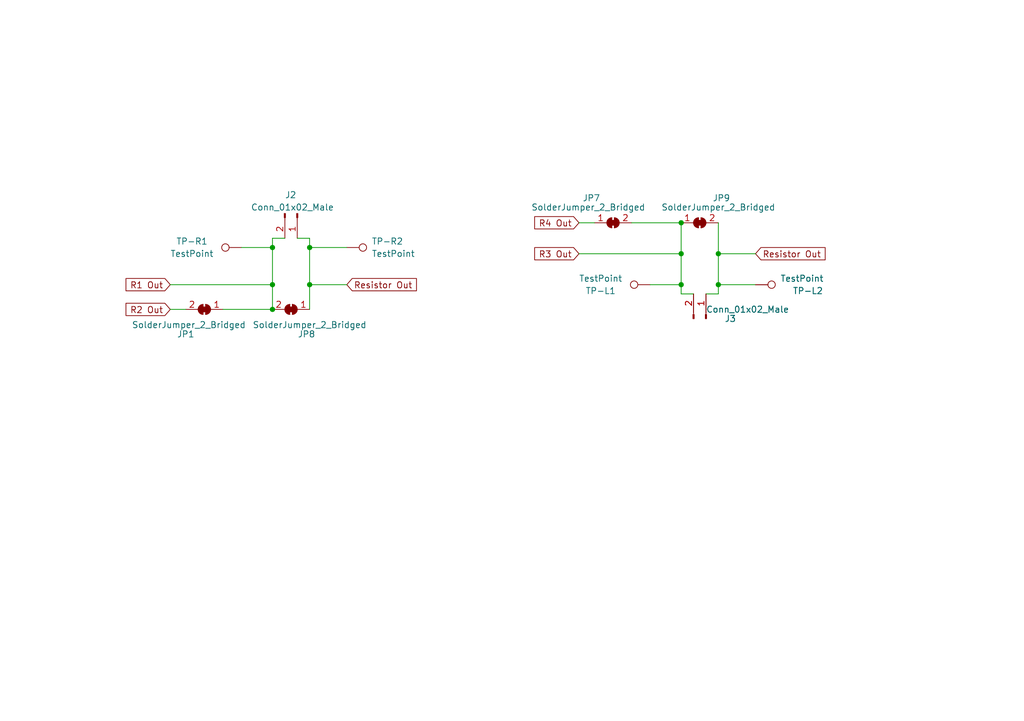
<source format=kicad_sch>
(kicad_sch (version 20211123) (generator eeschema)
  (paper "A5")
  (lib_symbols
    (symbol "Connector:Conn_01x02_Male" (pin_names (offset 1.016) hide)
      (property "Reference" "J" (at 0 2.54 0))
      (property "Value" "Conn_01x02_Male" (at 0 -5.08 0))
      (symbol "Conn_01x02_Male_1_1"
        (polyline (pts (xy 1.27 -2.54) (xy 0.8636 -2.54)) (stroke (width 0.1524)))
        (polyline (pts (xy 1.27 0) (xy 0.8636 0)) (stroke (width 0.1524)))
        (rectangle (start 0.8636 -2.413) (end 0 -2.667) (stroke (width 0.1524)) (fill (type outline)))
        (rectangle (start 0.8636 0.127) (end 0 -0.127) (stroke (width 0.1524)) (fill (type outline)))
        (pin passive line (at 5.08 0 180) (length 3.81) (name "Pin_1") (number "1"))
        (pin passive line (at 5.08 -2.54 180) (length 3.81) (name "Pin_2") (number "2"))
      )
    )
    (symbol "Connector:TestPoint" (pin_numbers hide) (pin_names (offset 0.762) hide)
      (property "Reference" "TP" (at 0 6.858 0))
      (property "Value" "TestPoint" (at 0 5.08 0))
      (symbol "TestPoint_0_1"
        (circle (center 0 3.302) (radius 0.762))
      )
      (symbol "TestPoint_1_1"
        (pin passive line (at 0 0 90) (length 2.54) (name "1") (number "1"))
      )
    )
    (symbol "Jumper:SolderJumper_2_Bridged" (pin_names (offset 0) hide)
      (property "Reference" "JP" (at 0 2.032 0))
      (property "Value" "SolderJumper_2_Bridged" (at 0 -2.54 0))
      (symbol "SolderJumper_2_Bridged_0_1"
        (rectangle (start -0.508 0.508) (end 0.508 -0.508) (fill (type outline)))
        (arc (start -0.254 1.016) (mid -1.27 0) (end -0.254 -1.016))
        (arc (start -0.254 1.016) (mid -1.27 0) (end -0.254 -1.016) (fill (type outline)))
        (polyline (pts (xy -0.254 1.016) (xy -0.254 -1.016)))
        (polyline (pts (xy 0.254 1.016) (xy 0.254 -1.016)))
        (arc (start 0.254 -1.016) (mid 1.27 0) (end 0.254 1.016))
        (arc (start 0.254 -1.016) (mid 1.27 0) (end 0.254 1.016) (fill (type outline)))
      )
      (symbol "SolderJumper_2_Bridged_1_1"
        (pin passive line (at -3.81 0 0) (length 2.54) (name "A") (number "1"))
        (pin passive line (at 3.81 0 180) (length 2.54) (name "B") (number "2"))
      )
    )
  )
  (junction (at 55.88 58.42))
  (junction (at 63.5 50.8))
  (junction (at 139.7 58.42))
  (junction (at 63.5 58.42))
  (junction (at 55.88 63.5))
  (junction (at 147.32 58.42))
  (junction (at 55.88 50.8))
  (junction (at 147.32 52.07))
  (junction (at 139.7 45.72))
  (junction (at 139.7 52.07))
  (wire (pts (xy 71.12 58.42) (xy 63.5 58.42)))
  (wire (pts (xy 139.7 45.72) (xy 139.7 52.07)))
  (wire (pts (xy 142.24 60.325) (xy 139.7 60.325)))
  (wire (pts (xy 144.78 60.325) (xy 147.32 60.325)))
  (wire (pts (xy 55.88 58.42) (xy 55.88 63.5)))
  (wire (pts (xy 147.32 52.07) (xy 147.32 58.42)))
  (wire (pts (xy 34.925 58.42) (xy 55.88 58.42)))
  (wire (pts (xy 55.88 48.895) (xy 55.88 50.8)))
  (wire (pts (xy 63.5 50.8) (xy 71.12 50.8)))
  (wire (pts (xy 55.88 63.5) (xy 45.72 63.5)))
  (wire (pts (xy 55.88 50.8) (xy 55.88 58.42)))
  (wire (pts (xy 133.35 58.42) (xy 139.7 58.42)))
  (wire (pts (xy 63.5 48.895) (xy 63.5 50.8)))
  (wire (pts (xy 118.745 52.07) (xy 139.7 52.07)))
  (wire (pts (xy 147.32 45.72) (xy 147.32 52.07)))
  (wire (pts (xy 147.32 60.325) (xy 147.32 58.42)))
  (wire (pts (xy 63.5 50.8) (xy 63.5 58.42)))
  (wire (pts (xy 139.7 60.325) (xy 139.7 58.42)))
  (wire (pts (xy 60.96 48.895) (xy 63.5 48.895)))
  (wire (pts (xy 58.42 48.895) (xy 55.88 48.895)))
  (wire (pts (xy 139.7 45.72) (xy 129.54 45.72)))
  (wire (pts (xy 34.925 63.5) (xy 38.1 63.5)))
  (wire (pts (xy 147.32 58.42) (xy 154.94 58.42)))
  (wire (pts (xy 139.7 52.07) (xy 139.7 58.42)))
  (wire (pts (xy 118.745 45.72) (xy 121.92 45.72)))
  (wire (pts (xy 63.5 58.42) (xy 63.5 63.5)))
  (wire (pts (xy 49.53 50.8) (xy 55.88 50.8)))
  (wire (pts (xy 154.94 52.07) (xy 147.32 52.07)))
  (global_label "R3 Out" (shape input) (at 118.745 52.07 180) (property "Intersheet References" "${INTERSHEET_REFS}" (effects hide)))
  (global_label "R4 Out" (shape input) (at 118.745 45.72 180) (property "Intersheet References" "${INTERSHEET_REFS}" (effects hide)))
  (global_label "Resistor Out" (shape input) (at 71.12 58.42 0) (property "Intersheet References" "${INTERSHEET_REFS}" (effects hide)))
  (global_label "Resistor Out" (shape input) (at 154.94 52.07 0) (property "Intersheet References" "${INTERSHEET_REFS}" (effects hide)))
  (global_label "R1 Out" (shape input) (at 34.925 58.42 180) (property "Intersheet References" "${INTERSHEET_REFS}" (effects hide)))
  (global_label "R2 Out" (shape input) (at 34.925 63.5 180) (property "Intersheet References" "${INTERSHEET_REFS}" (effects hide)))
  (symbol (lib_id "Connector:Conn_01x02_Male") (at 60.96 43.815 270) (unit 1) (in_bom no)
    (property "Reference" "J2" (at 58.42 40.005 90) (effects (justify left)))
    (property "Value" "Conn_01x02_Male" (at 51.435 42.5451 90) (effects (justify left)))
    (property "Footprint" "Connector_PinHeader_2.54mm:PinHeader_1x02_P2.54mm_Vertical" (effects hide))
  )
  (symbol (lib_id "Jumper:SolderJumper_2_Bridged") (at 125.73 45.72 0) (unit 1) (in_bom no)
    (property "Reference" "JP7" (at 121.285 40.64 0))
    (property "Value" "SolderJumper_2_Bridged" (at 120.65 42.545 0))
    (property "Footprint" "Jumper:SolderJumper-2_P1.3mm_Bridged_Pad1.0x1.5mm" (effects hide))
  )
  (symbol (lib_id "Connector:Conn_01x02_Male") (at 144.78 65.405 270) (mirror x) (unit 1) (in_bom no)
    (property "Reference" "J3" (at 148.59 65.405 90) (effects (justify left)))
    (property "Value" "Conn_01x02_Male" (at 144.78 63.5 90) (effects (justify left)))
    (property "Footprint" "Connector_PinHeader_2.54mm:PinHeader_1x02_P2.54mm_Vertical" (effects hide))
  )
  (symbol (lib_id "Connector:TestPoint") (at 49.53 50.8 90) (unit 1) (in_bom no)
    (property "Reference" "TP-R1" (at 39.37 49.53 90))
    (property "Value" "TestPoint" (at 39.37 52.07 90))
    (property "Footprint" "TestPoint:TestPoint_Keystone_5000-5004_Miniature" (effects hide))
    (property "Datasheet" "https://au.mouser.com/ProductDetail/Keystone-Electronics/5002?qs=q0tsjPZWdm%2FAjghIXdPVXw%3D%3D" (effects hide))
    (property "MPN" "5002" (effects hide))
  )
  (symbol (lib_id "Connector:TestPoint") (at 154.94 58.42 270) (mirror x) (unit 1) (in_bom no)
    (property "Reference" "TP-L2" (at 162.56 59.69 90) (effects (justify left)))
    (property "Value" "TestPoint" (at 160.02 57.1501 90) (effects (justify left)))
    (property "Footprint" "TestPoint:TestPoint_Keystone_5000-5004_Miniature" (effects hide))
    (property "Datasheet" "https://au.mouser.com/ProductDetail/Keystone-Electronics/5002?qs=q0tsjPZWdm%2FAjghIXdPVXw%3D%3D" (effects hide))
    (property "MPN" "5002" (effects hide))
  )
  (symbol (lib_id "Connector:TestPoint") (at 71.12 50.8 270) (unit 1) (in_bom no)
    (property "Reference" "TP-R2" (at 76.2 49.53 90) (effects (justify left)))
    (property "Value" "TestPoint" (at 76.2 52.0699 90) (effects (justify left)))
    (property "Footprint" "TestPoint:TestPoint_Keystone_5000-5004_Miniature" (effects hide))
    (property "Datasheet" "https://au.mouser.com/ProductDetail/Keystone-Electronics/5002?qs=q0tsjPZWdm%2FAjghIXdPVXw%3D%3D" (effects hide))
    (property "MPN" "5002" (effects hide))
  )
  (symbol (lib_id "Jumper:SolderJumper_2_Bridged") (at 143.51 45.72 0) (unit 1) (in_bom no)
    (property "Reference" "JP9" (at 147.955 40.64 0))
    (property "Value" "SolderJumper_2_Bridged" (at 147.32 42.545 0))
    (property "Footprint" "Jumper:SolderJumper-2_P1.3mm_Bridged_Pad1.0x1.5mm" (effects hide))
  )
  (symbol (lib_id "Connector:TestPoint") (at 133.35 58.42 90) (mirror x) (unit 1) (in_bom no)
    (property "Reference" "TP-L1" (at 123.19 59.69 90))
    (property "Value" "TestPoint" (at 123.19 57.15 90))
    (property "Footprint" "TestPoint:TestPoint_Keystone_5000-5004_Miniature" (effects hide))
    (property "Datasheet" "https://au.mouser.com/ProductDetail/Keystone-Electronics/5002?qs=q0tsjPZWdm%2FAjghIXdPVXw%3D%3D" (effects hide))
    (property "MPN" "5002" (effects hide))
  )
  (symbol (lib_id "Jumper:SolderJumper_2_Bridged") (at 59.69 63.5 180) (unit 1) (in_bom no)
    (property "Reference" "JP8" (at 62.865 68.58 0))
    (property "Value" "SolderJumper_2_Bridged" (at 63.5 66.675 0))
    (property "Footprint" "Jumper:SolderJumper-2_P1.3mm_Bridged_Pad1.0x1.5mm" (effects hide))
  )
  (symbol (lib_id "Jumper:SolderJumper_2_Bridged") (at 41.91 63.5 180) (unit 1) (in_bom no)
    (property "Reference" "JP1" (at 38.1 68.58 0))
    (property "Value" "SolderJumper_2_Bridged" (at 38.735 66.675 0))
    (property "Footprint" "Jumper:SolderJumper-2_P1.3mm_Bridged_Pad1.0x1.5mm" (effects hide))
  )
)
</source>
